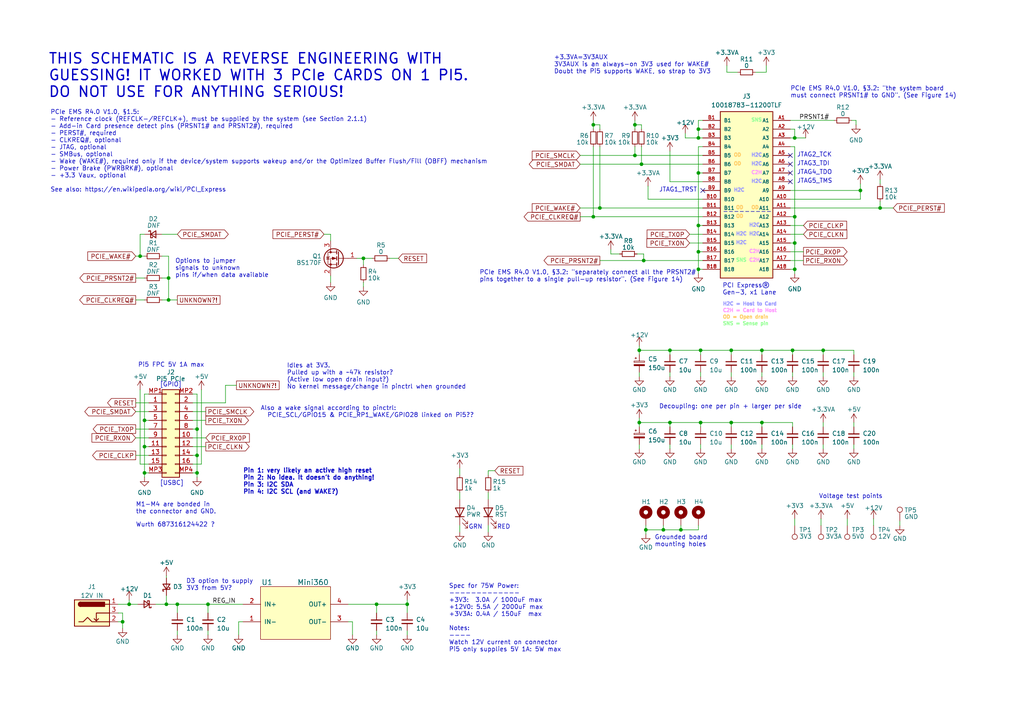
<source format=kicad_sch>
(kicad_sch (version 20230121) (generator eeschema)
  (paper "A4")
  (title_block (title "Raspberry Pi 5 PCIe Breakout") (date "2023-11-15") (rev "0.99") (company "George M1GEO, Chris G8OCV") (comment 1 "https://www.george-smart.co.uk") (comment 2 "https://github.com/m1geo/Pi5_PCIe"))
  (junction (at 172.085 62.865))
  (junction (at 229.87 101.6))
  (junction (at 230.505 40.005))
  (junction (at 255.27 60.325))
  (junction (at 35.56 180.34))
  (junction (at 48.26 175.26))
  (junction (at 220.98 122.555))
  (junction (at 172.085 36.195))
  (junction (at 202.565 40.005))
  (junction (at 109.22 175.26))
  (junction (at 187.325 153.67))
  (junction (at 230.505 62.865))
  (junction (at 57.15 137.16))
  (junction (at 230.505 78.105))
  (junction (at 238.76 101.6))
  (junction (at 185.42 122.555))
  (junction (at 41.91 121.92))
  (junction (at 194.31 122.555))
  (junction (at 202.565 50.165))
  (junction (at 57.15 124.46))
  (junction (at 60.325 175.26))
  (junction (at 48.895 80.645))
  (junction (at 57.15 132.08))
  (junction (at 186.69 75.565))
  (junction (at 249.555 55.245))
  (junction (at 184.15 45.085))
  (junction (at 220.98 101.6))
  (junction (at 194.31 101.6))
  (junction (at 173.99 60.325))
  (junction (at 40.64 74.295))
  (junction (at 48.895 86.995))
  (junction (at 118.11 175.26))
  (junction (at 37.465 175.26))
  (junction (at 202.565 65.405))
  (junction (at 212.09 101.6))
  (junction (at 212.09 122.555))
  (junction (at 41.91 129.54))
  (junction (at 203.2 122.555))
  (junction (at 202.565 78.105))
  (junction (at 202.565 37.465))
  (junction (at 186.055 47.625))
  (junction (at 203.2 101.6))
  (junction (at 105.41 74.93))
  (junction (at 192.405 153.67))
  (junction (at 197.485 153.67))
  (junction (at 230.505 70.485))
  (junction (at 41.91 137.16))
  (junction (at 51.435 175.26))
  (junction (at 202.565 73.025))
  (junction (at 185.42 101.6))
  (junction (at 184.15 36.195))
  (no_connect (at 229.235 50.165))
  (no_connect (at 229.235 52.705))
  (no_connect (at 229.235 45.085))
  (no_connect (at 229.235 47.625))
  (no_connect (at 203.835 55.245))
  (wire (pts (xy 197.485 153.67) (xy 202.565 153.67)))
  (wire (pts (xy 247.65 128.905) (xy 247.65 130.175)))
  (wire (pts (xy 37.465 175.26) (xy 40.005 175.26)))
  (wire (pts (xy 172.085 62.865) (xy 203.835 62.865)))
  (wire (pts (xy 39.37 80.645) (xy 41.91 80.645)))
  (wire (pts (xy 184.15 34.925) (xy 184.15 36.195)))
  (wire (pts (xy 212.09 128.905) (xy 212.09 130.175)))
  (wire (pts (xy 212.09 122.555) (xy 212.09 123.825)))
  (wire (pts (xy 109.22 182.88) (xy 109.22 184.15)))
  (wire (pts (xy 238.76 122.555) (xy 238.76 123.825)))
  (wire (pts (xy 203.835 57.785) (xy 187.96 57.785)))
  (wire (pts (xy 194.31 101.6) (xy 194.31 102.87)))
  (wire (pts (xy 202.565 65.405) (xy 203.835 65.405)))
  (wire (pts (xy 58.42 134.62) (xy 55.88 134.62)))
  (wire (pts (xy 229.87 101.6) (xy 238.76 101.6)))
  (wire (pts (xy 95.885 69.85) (xy 95.885 67.945)))
  (wire (pts (xy 95.885 80.01) (xy 95.885 81.915)))
  (wire (pts (xy 198.755 40.005) (xy 202.565 40.005)))
  (wire (pts (xy 55.88 124.46) (xy 57.15 124.46)))
  (wire (pts (xy 141.605 152.4) (xy 141.605 154.305)))
  (wire (pts (xy 198.755 38.735) (xy 198.755 40.005)))
  (wire (pts (xy 202.565 73.025) (xy 203.835 73.025)))
  (wire (pts (xy 255.27 58.42) (xy 255.27 60.325)))
  (wire (pts (xy 260.985 151.13) (xy 260.985 152.4)))
  (wire (pts (xy 202.565 73.025) (xy 202.565 78.105)))
  (wire (pts (xy 60.325 182.88) (xy 60.325 184.15)))
  (wire (pts (xy 184.15 45.085) (xy 203.835 45.085)))
  (wire (pts (xy 57.15 114.3) (xy 57.15 124.46)))
  (wire (pts (xy 60.325 177.8) (xy 60.325 175.26)))
  (wire (pts (xy 255.27 52.07) (xy 255.27 53.34)))
  (wire (pts (xy 230.505 62.865) (xy 230.505 42.545)))
  (wire (pts (xy 202.565 42.545) (xy 203.835 42.545)))
  (wire (pts (xy 229.235 40.005) (xy 230.505 40.005)))
  (wire (pts (xy 57.15 137.16) (xy 57.15 138.43)))
  (wire (pts (xy 238.125 150.495) (xy 238.125 152.4)))
  (wire (pts (xy 248.285 36.195) (xy 248.285 34.925)))
  (wire (pts (xy 55.88 127) (xy 59.69 127)))
  (wire (pts (xy 220.98 122.555) (xy 220.98 123.825)))
  (wire (pts (xy 229.235 75.565) (xy 233.045 75.565)))
  (wire (pts (xy 58.42 113.03) (xy 58.42 134.62)))
  (wire (pts (xy 229.235 67.945) (xy 233.045 67.945)))
  (wire (pts (xy 41.91 129.54) (xy 41.91 137.16)))
  (wire (pts (xy 202.565 34.925) (xy 202.565 37.465)))
  (wire (pts (xy 109.22 175.26) (xy 109.22 177.8)))
  (wire (pts (xy 143.51 136.525) (xy 141.605 136.525)))
  (wire (pts (xy 172.085 34.925) (xy 172.085 36.195)))
  (wire (pts (xy 212.09 101.6) (xy 220.98 101.6)))
  (wire (pts (xy 39.37 127) (xy 43.18 127)))
  (wire (pts (xy 249.555 55.245) (xy 249.555 53.34)))
  (wire (pts (xy 46.99 86.995) (xy 48.895 86.995)))
  (wire (pts (xy 245.745 150.495) (xy 245.745 152.4)))
  (wire (pts (xy 35.56 177.8) (xy 34.29 177.8)))
  (wire (pts (xy 202.565 34.925) (xy 203.835 34.925)))
  (wire (pts (xy 212.09 107.95) (xy 212.09 109.22)))
  (wire (pts (xy 202.565 40.005) (xy 203.835 40.005)))
  (wire (pts (xy 220.98 128.905) (xy 220.98 130.175)))
  (wire (pts (xy 186.69 73.66) (xy 184.785 73.66)))
  (wire (pts (xy 141.605 142.875) (xy 141.605 144.78)))
  (wire (pts (xy 48.26 172.72) (xy 48.26 175.26)))
  (wire (pts (xy 229.235 34.925) (xy 241.935 34.925)))
  (wire (pts (xy 57.15 124.46) (xy 57.15 132.08)))
  (wire (pts (xy 229.235 65.405) (xy 233.045 65.405)))
  (wire (pts (xy 202.565 50.165) (xy 203.835 50.165)))
  (wire (pts (xy 55.88 129.54) (xy 59.69 129.54)))
  (wire (pts (xy 51.435 177.8) (xy 51.435 175.26)))
  (wire (pts (xy 48.895 86.995) (xy 48.895 80.645)))
  (wire (pts (xy 51.435 175.26) (xy 60.325 175.26)))
  (wire (pts (xy 41.91 114.3) (xy 41.91 121.92)))
  (wire (pts (xy 247.65 107.95) (xy 247.65 109.22)))
  (wire (pts (xy 185.42 100.33) (xy 185.42 101.6)))
  (wire (pts (xy 41.91 121.92) (xy 43.18 121.92)))
  (wire (pts (xy 35.56 182.245) (xy 35.56 180.34)))
  (wire (pts (xy 186.69 73.66) (xy 186.69 75.565)))
  (wire (pts (xy 212.09 101.6) (xy 212.09 102.87)))
  (wire (pts (xy 222.25 20.955) (xy 222.25 19.05)))
  (wire (pts (xy 194.31 107.95) (xy 194.31 109.22)))
  (wire (pts (xy 34.29 180.34) (xy 35.56 180.34)))
  (wire (pts (xy 247.65 122.555) (xy 247.65 123.825)))
  (wire (pts (xy 48.895 74.295) (xy 48.895 80.645)))
  (wire (pts (xy 46.99 74.295) (xy 48.895 74.295)))
  (wire (pts (xy 55.88 119.38) (xy 59.69 119.38)))
  (wire (pts (xy 168.275 47.625) (xy 186.055 47.625)))
  (wire (pts (xy 43.18 134.62) (xy 40.64 134.62)))
  (wire (pts (xy 141.605 136.525) (xy 141.605 137.795)))
  (wire (pts (xy 187.325 153.67) (xy 192.405 153.67)))
  (wire (pts (xy 220.98 101.6) (xy 229.87 101.6)))
  (wire (pts (xy 133.35 152.4) (xy 133.35 154.305)))
  (wire (pts (xy 100.965 180.34) (xy 102.235 180.34)))
  (wire (pts (xy 48.895 86.995) (xy 51.435 86.995)))
  (wire (pts (xy 177.165 73.66) (xy 179.705 73.66)))
  (wire (pts (xy 69.215 180.34) (xy 69.215 184.15)))
  (wire (pts (xy 229.235 62.865) (xy 230.505 62.865)))
  (wire (pts (xy 177.165 72.39) (xy 177.165 73.66)))
  (wire (pts (xy 95.885 67.945) (xy 93.98 67.945)))
  (wire (pts (xy 40.64 67.945) (xy 40.64 74.295)))
  (wire (pts (xy 118.11 182.88) (xy 118.11 184.15)))
  (wire (pts (xy 184.15 42.545) (xy 184.15 45.085)))
  (wire (pts (xy 238.76 101.6) (xy 238.76 102.87)))
  (wire (pts (xy 57.15 132.08) (xy 57.15 137.16)))
  (wire (pts (xy 255.27 60.325) (xy 259.08 60.325)))
  (wire (pts (xy 133.35 142.875) (xy 133.35 144.78)))
  (wire (pts (xy 229.87 128.905) (xy 229.87 130.175)))
  (wire (pts (xy 39.37 86.995) (xy 41.91 86.995)))
  (wire (pts (xy 45.085 175.26) (xy 48.26 175.26)))
  (wire (pts (xy 105.41 81.915) (xy 105.41 83.185)))
  (wire (pts (xy 186.055 47.625) (xy 203.835 47.625)))
  (wire (pts (xy 37.465 173.99) (xy 37.465 175.26)))
  (wire (pts (xy 194.31 52.705) (xy 194.31 43.815)))
  (wire (pts (xy 55.88 132.08) (xy 57.15 132.08)))
  (wire (pts (xy 185.42 107.95) (xy 185.42 109.22)))
  (wire (pts (xy 229.235 60.325) (xy 255.27 60.325)))
  (wire (pts (xy 230.505 70.485) (xy 230.505 62.865)))
  (wire (pts (xy 39.37 119.38) (xy 43.18 119.38)))
  (wire (pts (xy 213.995 20.955) (xy 210.82 20.955)))
  (wire (pts (xy 203.2 128.905) (xy 203.2 130.175)))
  (wire (pts (xy 65.405 111.76) (xy 65.405 116.84)))
  (wire (pts (xy 187.96 57.785) (xy 187.96 53.975)))
  (wire (pts (xy 220.98 101.6) (xy 220.98 102.87)))
  (wire (pts (xy 238.76 107.95) (xy 238.76 109.22)))
  (wire (pts (xy 233.68 40.005) (xy 230.505 40.005)))
  (wire (pts (xy 202.565 37.465) (xy 202.565 40.005)))
  (wire (pts (xy 192.405 153.67) (xy 197.485 153.67)))
  (wire (pts (xy 102.235 180.34) (xy 102.235 184.15)))
  (wire (pts (xy 229.87 107.95) (xy 229.87 109.22)))
  (wire (pts (xy 118.11 173.99) (xy 118.11 175.26)))
  (wire (pts (xy 238.76 128.905) (xy 238.76 130.175)))
  (wire (pts (xy 200.025 70.485) (xy 203.835 70.485)))
  (wire (pts (xy 229.235 55.245) (xy 249.555 55.245)))
  (wire (pts (xy 202.565 152.4) (xy 202.565 153.67)))
  (wire (pts (xy 229.87 122.555) (xy 229.87 123.825)))
  (wire (pts (xy 249.555 57.785) (xy 249.555 55.245)))
  (wire (pts (xy 210.82 20.955) (xy 210.82 19.05)))
  (wire (pts (xy 172.085 36.195) (xy 172.085 37.465)))
  (wire (pts (xy 230.505 79.375) (xy 230.505 78.105)))
  (wire (pts (xy 34.29 175.26) (xy 37.465 175.26)))
  (wire (pts (xy 70.485 180.34) (xy 69.215 180.34)))
  (wire (pts (xy 185.42 102.87) (xy 185.42 101.6)))
  (wire (pts (xy 184.15 36.195) (xy 186.055 36.195)))
  (wire (pts (xy 229.235 73.025) (xy 233.045 73.025)))
  (wire (pts (xy 220.98 107.95) (xy 220.98 109.22)))
  (wire (pts (xy 40.64 74.295) (xy 41.91 74.295)))
  (wire (pts (xy 46.99 80.645) (xy 48.895 80.645)))
  (wire (pts (xy 41.91 129.54) (xy 43.18 129.54)))
  (wire (pts (xy 230.505 40.005) (xy 230.505 37.465)))
  (wire (pts (xy 55.88 114.3) (xy 57.15 114.3)))
  (wire (pts (xy 168.275 60.325) (xy 173.99 60.325)))
  (wire (pts (xy 173.99 60.325) (xy 203.835 60.325)))
  (wire (pts (xy 105.41 74.93) (xy 107.95 74.93)))
  (wire (pts (xy 105.41 74.93) (xy 105.41 76.835)))
  (wire (pts (xy 118.11 177.8) (xy 118.11 175.26)))
  (wire (pts (xy 192.405 152.4) (xy 192.405 153.67)))
  (wire (pts (xy 133.35 135.89) (xy 133.35 137.795)))
  (wire (pts (xy 55.88 121.92) (xy 59.69 121.92)))
  (wire (pts (xy 230.505 78.105) (xy 230.505 70.485)))
  (wire (pts (xy 202.565 65.405) (xy 202.565 50.165)))
  (wire (pts (xy 202.565 78.105) (xy 202.565 79.375)))
  (wire (pts (xy 184.15 36.195) (xy 184.15 37.465)))
  (wire (pts (xy 185.42 123.825) (xy 185.42 122.555)))
  (wire (pts (xy 41.91 137.16) (xy 43.18 137.16)))
  (wire (pts (xy 55.88 137.16) (xy 57.15 137.16)))
  (wire (pts (xy 100.965 175.26) (xy 109.22 175.26)))
  (wire (pts (xy 185.42 122.555) (xy 194.31 122.555)))
  (wire (pts (xy 203.2 122.555) (xy 203.2 123.825)))
  (wire (pts (xy 203.2 107.95) (xy 203.2 109.22)))
  (wire (pts (xy 229.87 101.6) (xy 229.87 102.87)))
  (wire (pts (xy 247.65 101.6) (xy 238.76 101.6)))
  (wire (pts (xy 43.18 114.3) (xy 41.91 114.3)))
  (wire (pts (xy 253.365 150.495) (xy 253.365 152.4)))
  (wire (pts (xy 39.37 124.46) (xy 43.18 124.46)))
  (wire (pts (xy 39.37 74.295) (xy 40.64 74.295)))
  (wire (pts (xy 172.085 42.545) (xy 172.085 62.865)))
  (wire (pts (xy 203.835 52.705) (xy 194.31 52.705)))
  (wire (pts (xy 203.2 101.6) (xy 212.09 101.6)))
  (wire (pts (xy 48.26 167.005) (xy 48.26 167.64)))
  (wire (pts (xy 172.085 36.195) (xy 173.99 36.195)))
  (wire (pts (xy 65.405 116.84) (xy 55.88 116.84)))
  (wire (pts (xy 194.31 122.555) (xy 194.31 123.825)))
  (wire (pts (xy 168.275 62.865) (xy 172.085 62.865)))
  (wire (pts (xy 203.835 78.105) (xy 202.565 78.105)))
  (wire (pts (xy 229.235 57.785) (xy 249.555 57.785)))
  (wire (pts (xy 203.2 122.555) (xy 212.09 122.555)))
  (wire (pts (xy 202.565 73.025) (xy 202.565 65.405)))
  (wire (pts (xy 185.42 121.285) (xy 185.42 122.555)))
  (wire (pts (xy 248.285 34.925) (xy 247.015 34.925)))
  (wire (pts (xy 202.565 50.165) (xy 202.565 42.545)))
  (wire (pts (xy 48.26 175.26) (xy 51.435 175.26)))
  (wire (pts (xy 186.055 42.545) (xy 186.055 47.625)))
  (wire (pts (xy 230.505 42.545) (xy 229.235 42.545)))
  (wire (pts (xy 230.505 150.495) (xy 230.505 152.4)))
  (wire (pts (xy 200.025 67.945) (xy 203.835 67.945)))
  (wire (pts (xy 118.11 175.26) (xy 109.22 175.26)))
  (wire (pts (xy 187.325 152.4) (xy 187.325 153.67)))
  (wire (pts (xy 229.235 78.105) (xy 230.505 78.105)))
  (wire (pts (xy 173.99 36.195) (xy 173.99 37.465)))
  (wire (pts (xy 103.505 74.93) (xy 105.41 74.93)))
  (wire (pts (xy 187.325 153.67) (xy 187.325 154.94)))
  (wire (pts (xy 229.235 37.465) (xy 230.505 37.465)))
  (wire (pts (xy 65.405 111.76) (xy 68.58 111.76)))
  (wire (pts (xy 185.42 128.905) (xy 185.42 130.175)))
  (wire (pts (xy 168.275 45.085) (xy 184.15 45.085)))
  (wire (pts (xy 173.99 42.545) (xy 173.99 60.325)))
  (wire (pts (xy 247.65 102.87) (xy 247.65 101.6)))
  (wire (pts (xy 113.03 74.93) (xy 115.57 74.93)))
  (wire (pts (xy 194.31 122.555) (xy 203.2 122.555)))
  (wire (pts (xy 41.91 121.92) (xy 41.91 129.54)))
  (wire (pts (xy 51.435 67.945) (xy 46.99 67.945)))
  (wire (pts (xy 186.69 75.565) (xy 203.835 75.565)))
  (wire (pts (xy 220.98 122.555) (xy 229.87 122.555)))
  (wire (pts (xy 173.99 75.565) (xy 186.69 75.565)))
  (wire (pts (xy 60.325 175.26) (xy 70.485 175.26)))
  (wire (pts (xy 194.31 128.905) (xy 194.31 130.175)))
  (wire (pts (xy 219.075 20.955) (xy 222.25 20.955)))
  (wire (pts (xy 194.31 101.6) (xy 203.2 101.6)))
  (wire (pts (xy 39.37 116.84) (xy 43.18 116.84)))
  (wire (pts (xy 203.2 101.6) (xy 203.2 102.87)))
  (wire (pts (xy 197.485 152.4) (xy 197.485 153.67)))
  (wire (pts (xy 202.565 37.465) (xy 203.835 37.465)))
  (wire (pts (xy 229.235 70.485) (xy 230.505 70.485)))
  (wire (pts (xy 212.09 122.555) (xy 220.98 122.555)))
  (wire (pts (xy 186.055 36.195) (xy 186.055 37.465)))
  (wire (pts (xy 35.56 180.34) (xy 35.56 177.8)))
  (wire (pts (xy 40.64 134.62) (xy 40.64 113.03)))
  (wire (pts (xy 41.91 137.16) (xy 41.91 138.43)))
  (wire (pts (xy 41.91 67.945) (xy 40.64 67.945)))
  (wire (pts (xy 185.42 101.6) (xy 194.31 101.6)))
  (wire (pts (xy 51.435 182.88) (xy 51.435 184.15)))
  (wire (pts (xy 39.37 132.08) (xy 43.18 132.08)))
  (text "OD" (at 213.36 63.5 0) (effects (font (size 1 1) (thickness 0.254) bold) (justify left bottom)))
  (text "JTAG3_TDI" (at 231.14 48.26 0) (effects (font (size 1.27 1.27)) (justify left bottom)))
  (text "C2H" (at 217.17 73.66 0) (effects (font (size 1 1) (thickness 0.254) bold) (justify left bottom)))
  (text "RED" (at 144.145 153.67 0) (effects (font (size 1.27 1.27)) (justify left bottom)))
  (text "PCIe EMS R4.0 V1.0, §3.2: \"the system board\nmust connect PRSNT1# to GND\". (See Figure 14)" (at 229.235 28.575 0) (effects (font (size 1.27 1.27)) (justify left bottom)))
  (text "H2C = Host to Card" (at 209.55 88.9 0) (effects (font (size 1 1) (thickness 0.254) bold) (justify left bottom)))
  (text "C2H = Card to Host" (at 209.55 90.805 0) (effects (font (size 1 1) (thickness 0.254) bold) (justify left bottom)))
  (text "OD" (at 217.805 60.96 0) (effects (font (size 1 1) (thickness 0.254) bold) (justify left bottom)))
  (text "Decoupling: one per pin + larger per side" (at 191.135 118.745 0) (effects (font (size 1.27 1.27)) (justify left bottom)))
  (text "OD" (at 212.725 48.26 0) (effects (font (size 1 1) (thickness 0.254) bold) (justify left bottom)))
  (text "JTAG4_TDO" (at 231.14 50.8 0) (effects (font (size 1.27 1.27)) (justify left bottom)))
  (text "---------" (at 209.55 62.23 0) (effects (font (size 1.27 1.27)) (justify left bottom)))
  (text "JTAG1_TRST" (at 191.135 55.88 0) (effects (font (size 1.27 1.27)) (justify left bottom)))
  (text "C2H" (at 217.17 76.2 0) (effects (font (size 1 1) (thickness 0.254) bold) (justify left bottom)))
  (text "THIS SCHEMATIC IS A REVERSE ENGINEERING WITH\nGUESSING! IT WORKED WITH 3 PCIe CARDS ON 1 PI5.\nDO NOT USE FOR ANYTHING SERIOUS!" (at 13.97 28.575 0) (effects (font (size 3 3) (thickness 0.4) bold) (justify left bottom)))
  (text "[USBC]" (at 46.355 140.97 0) (effects (font (size 1.27 1.27)) (justify left bottom)))
  (text "SNS = Sense pin" (at 209.55 94.615 0) (effects (font (size 1 1) (thickness 0.254) bold) (justify left bottom)))
  (text "Pin 1: very likely an active high reset\nPin 2: No idea. It doesn't do anything!\nPin 3: I2C SDA\nPin 4: I2C SCL (and WAKE?)" (at 70.485 143.51 0) (effects (font (size 1.27 1.27) bold) (justify left bottom)))
  (text "SNS" (at 213.36 76.2 0) (effects (font (size 1 1) (thickness 0.254) bold) (justify left bottom)))
  (text "H2C" (at 217.805 45.72 0) (effects (font (size 1 1) (thickness 0.254) bold) (justify left bottom)))
  (text "Voltage test points" (at 237.49 144.78 0) (effects (font (size 1.27 1.27)) (justify left bottom)))
  (text "+3.3VA=3V3AUX\n3V3AUX is an always-on 3V3 used for WAKE#\nDoubt the Pi5 supports WAKE, so strap to 3V3\n" (at 160.655 21.59 0) (effects (font (size 1.27 1.27)) (justify left bottom)))
  (text "JTAG2_TCK" (at 231.14 45.72 0) (effects (font (size 1.27 1.27)) (justify left bottom)))
  (text "D3 option to supply\n3V3 from 5V?" (at 53.975 171.45 0) (effects (font (size 1.27 1.27)) (justify left bottom)))
  (text "H2C" (at 213.36 68.58 0) (effects (font (size 1 1) (thickness 0.254) bold) (justify left bottom)))
  (text "Wurth 687316124422 ?" (at 39.37 153.035 0) (effects (font (size 1.27 1.27)) (justify left bottom)))
  (text "Options to jumper\nsignals to unknown\npins if/when data available" (at 50.8 80.645 0) (effects (font (size 1.27 1.27)) (justify left bottom)))
  (text "H2C" (at 217.805 48.26 0) (effects (font (size 1 1) (thickness 0.254) bold) (justify left bottom)))
  (text "H2C" (at 212.725 55.88 0) (effects (font (size 1 1) (thickness 0.254) bold) (justify left bottom)))
  (text "PCIe EMS R4.0 V1.0, §1.5: \n- Reference clock (REFCLK-/REFCLK+), must be supplied by the system (see Section 2.1.1)\n- Add-in Card presence detect pins (PRSNT1# and PRSNT2#), required\n- PERST#, required\n- CLKREQ#, optional\n- JTAG, optional\n- SMBus, optional\n- Wake (WAKE#), required only if the device/system supports wakeup and/or the Optimized Buffer Flush/Fill (OBFF) mechanism\n- Power Brake (PWRBRK#), optional\n- +3.3 Vaux, optional\n\nSee also: https://en.wikipedia.org/wiki/PCI_Express" (at 14.605 55.88 0) (effects (font (size 1.27 1.27)) (justify left bottom)))
  (text "PCI Express®\nGen-3, x1 Lane" (at 209.55 85.725 0) (effects (font (size 1.27 1.27)) (justify left bottom)))
  (text "Spec for 75W Power:\n-------------\n+3V3:  3.0A / 1000uF max\n+12V0: 5.5A / 2000uF max\n+3V3A: 0.4A / 150uF  max\n\nNotes: \n----\nWatch 12V current on connector\nPi5 only supplies 5V 1A: 5W max" (at 130.175 189.23 0) (effects (font (size 1.27 1.27)) (justify left bottom)))
  (text "H2C" (at 217.17 66.04 0) (effects (font (size 1 1) (thickness 0.254) bold) (justify left bottom)))
  (text "H2C" (at 217.805 53.34 0) (effects (font (size 1 1) (thickness 0.254) bold) (justify left bottom)))
  (text "C2H" (at 217.805 50.8 0) (effects (font (size 1 1) (thickness 0.254) bold) (justify left bottom)))
  (text "OD" (at 213.36 60.96 0) (effects (font (size 1 1) (thickness 0.254) bold) (justify left bottom)))
  (text "Also a wake signal according to pinctrl:\n  PCIE_SCL/GPIO15 & PCIE_RP1_WAKE/GPIO28 linked on Pi5??\n" (at 75.565 121.285 0) (effects (font (size 1.27 1.27)) (justify left bottom)))
  (text "Pi5 FPC 5V 1A max" (at 40.005 106.68 0) (effects (font (size 1.27 1.27)) (justify left bottom)))
  (text "Grounded board \nmounting holes" (at 189.865 158.75 0) (effects (font (size 1.27 1.27)) (justify left bottom)))
  (text "JTAG5_TMS" (at 231.14 53.34 0) (effects (font (size 1.27 1.27)) (justify left bottom)))
  (text "M1-M4 are bonded in \nthe connector and GND." (at 39.37 149.225 0) (effects (font (size 1.27 1.27)) (justify left bottom)))
  (text "Idles at 3V3.\nPulled up with a ~47k resistor?\n(Active low open drain input?)\nNo kernel message/change in pinctrl when grounded" (at 83.185 113.03 0) (effects (font (size 1.27 1.27)) (justify left bottom)))
  (text "PCIe EMS R4.0 V1.0, §3.2: \"separately connect all the PRSNT2#\npins together to a single pull-up resistor\". (See Figure 14)" (at 139.065 81.915 0) (effects (font (size 1.27 1.27)) (justify left bottom)))
  (text "OD" (at 212.725 45.72 0) (effects (font (size 1 1) (thickness 0.254) bold) (justify left bottom)))
  (text "H2C" (at 213.36 71.12 0) (effects (font (size 1 1) (thickness 0.254) bold) (justify left bottom)))
  (text "SNS" (at 217.805 35.56 0) (effects (font (size 1 1) (thickness 0.254) bold) (justify left bottom)))
  (text "[GPIO]" (at 46.355 112.395 0) (effects (font (size 1.27 1.27)) (justify left bottom)))
  (text "OD = Open drain" (at 209.55 92.71 0) (effects (font (size 1 1) (thickness 0.254) bold) (justify left bottom)))
  (text "GRN" (at 135.89 153.67 0) (effects (font (size 1.27 1.27)) (justify left bottom)))
  (text "H2C" (at 217.17 68.58 0) (effects (font (size 1 1) (thickness 0.254) bold) (justify left bottom)))
  (label "PRSNT1#" (at 231.775 34.925 0))
  (label "REG_IN" (at 61.595 175.26 0))
  (global_label "PCIE_WAKE#" (shape input) (at 168.275 60.325 180) (property "Intersheetrefs" "${INTERSHEET_REFS}" (effects hide)))
  (global_label "PCIE_PRSNT2#" (shape output) (at 39.37 80.645 180) (property "Intersheetrefs" "${INTERSHEET_REFS}" (effects hide)))
  (global_label "PCIE_RX0N" (shape input) (at 39.37 127 180) (property "Intersheetrefs" "${INTERSHEET_REFS}" (effects hide)))
  (global_label "PCIE_CLKP" (shape output) (at 39.37 132.08 180) (property "Intersheetrefs" "${INTERSHEET_REFS}" (effects hide)))
  (global_label "PCIE_CLKP" (shape input) (at 233.045 65.405 0) (property "Intersheetrefs" "${INTERSHEET_REFS}" (effects hide)))
  (global_label "RESET" (shape input) (at 115.57 74.93 0) (property "Intersheetrefs" "${INTERSHEET_REFS}" (effects hide)))
  (global_label "PCIE_RX0P" (shape output) (at 233.045 73.025 0) (property "Intersheetrefs" "${INTERSHEET_REFS}" (effects hide)))
  (global_label "PCIE_SMDAT" (shape bidirectional) (at 39.37 119.38 180) (property "Intersheetrefs" "${INTERSHEET_REFS}" (effects hide)))
  (global_label "PCIE_WAKE#" (shape input) (at 39.37 74.295 180) (property "Intersheetrefs" "${INTERSHEET_REFS}" (effects hide)))
  (global_label "PCIE_CLKN" (shape input) (at 233.045 67.945 0) (property "Intersheetrefs" "${INTERSHEET_REFS}" (effects hide)))
  (global_label "PCIE_PERST#" (shape input) (at 93.98 67.945 180) (property "Intersheetrefs" "${INTERSHEET_REFS}" (effects hide)))
  (global_label "PCIE_TX0P" (shape output) (at 39.37 124.46 180) (property "Intersheetrefs" "${INTERSHEET_REFS}" (effects hide)))
  (global_label "UNKNOWN?!" (shape passive) (at 51.435 86.995 0) (property "Intersheetrefs" "${INTERSHEET_REFS}" (effects hide)))
  (global_label "PCIE_PRSNT2#" (shape output) (at 173.99 75.565 180) (property "Intersheetrefs" "${INTERSHEET_REFS}" (effects hide)))
  (global_label "RESET" (shape output) (at 39.37 116.84 180) (property "Intersheetrefs" "${INTERSHEET_REFS}" (effects hide)))
  (global_label "PCIE_SMCLK" (shape input) (at 168.275 45.085 180) (property "Intersheetrefs" "${INTERSHEET_REFS}" (effects hide)))
  (global_label "UNKNOWN?!" (shape passive) (at 68.58 111.76 0) (property "Intersheetrefs" "${INTERSHEET_REFS}" (effects hide)))
  (global_label "PCIE_CLKREQ#" (shape output) (at 39.37 86.995 180) (property "Intersheetrefs" "${INTERSHEET_REFS}" (effects hide)))
  (global_label "PCIE_TX0N" (shape output) (at 59.69 121.92 0) (property "Intersheetrefs" "${INTERSHEET_REFS}" (effects hide)))
  (global_label "PCIE_RX0P" (shape input) (at 59.69 127 0) (property "Intersheetrefs" "${INTERSHEET_REFS}" (effects hide)))
  (global_label "PCIE_TX0N" (shape input) (at 200.025 70.485 180) (property "Intersheetrefs" "${INTERSHEET_REFS}" (effects hide)))
  (global_label "PCIE_SMCLK" (shape output) (at 59.69 119.38 0) (property "Intersheetrefs" "${INTERSHEET_REFS}" (effects hide)))
  (global_label "RESET" (shape input) (at 143.51 136.525 0) (property "Intersheetrefs" "${INTERSHEET_REFS}" (effects hide)))
  (global_label "PCIE_TX0P" (shape input) (at 200.025 67.945 180) (property "Intersheetrefs" "${INTERSHEET_REFS}" (effects hide)))
  (global_label "PCIE_CLKREQ#" (shape output) (at 168.275 62.865 180) (property "Intersheetrefs" "${INTERSHEET_REFS}" (effects hide)))
  (global_label "PCIE_PERST#" (shape input) (at 259.08 60.325 0) (property "Intersheetrefs" "${INTERSHEET_REFS}" (effects hide)))
  (global_label "PCIE_SMDAT" (shape bidirectional) (at 168.275 47.625 180) (property "Intersheetrefs" "${INTERSHEET_REFS}" (effects hide)))
  (global_label "PCIE_RX0N" (shape output) (at 233.045 75.565 0) (property "Intersheetrefs" "${INTERSHEET_REFS}" (effects hide)))
  (global_label "PCIE_CLKN" (shape output) (at 59.69 129.54 0) (property "Intersheetrefs" "${INTERSHEET_REFS}" (effects hide)))
  (global_label "PCIE_SMDAT" (shape bidirectional) (at 51.435 67.945 0) (property "Intersheetrefs" "${INTERSHEET_REFS}" (effects hide)))
  (symbol (lib_id "Device:C_Small") (at 60.325 180.34 0) (unit 1)
    (property "Reference" "C2" (at 62.865 179.705 0) (effects (justify left)))
    (property "Value" "10u" (at 62.865 182.245 0) (effects (justify left)))
    (property "Footprint" "Capacitor_SMD:C_0805_2012Metric_Pad1.18x1.45mm_HandSolder" (effects hide))
  )
  (symbol (lib_id "Device:R_Small") (at 110.49 74.93 90) (unit 1)
    (property "Reference" "R5" (at 110.49 71.12 90))
    (property "Value" "0" (at 110.49 73.025 90))
    (property "Footprint" "Resistor_SMD:R_0805_2012Metric_Pad1.20x1.40mm_HandSolder" (effects hide))
  )
  (symbol (lib_id "Device:D_Schottky_Small") (at 48.26 170.18 90) (unit 1)
    (property "Reference" "D3" (at 50.165 170.18 90) (effects (justify right)))
    (property "Value" "(5V)" (effects hide))
    (property "Footprint" "Diode_SMD:D_SOD-123F" (effects hide))
    (property "LCSC" "C23848" (effects hide))
  )
  (symbol (lib_id "Device:C_Small") (at 194.31 105.41 0) (unit 1)
    (property "Reference" "C7" (at 196.85 104.775 0) (effects (justify left)))
    (property "Value" "10u" (at 196.85 107.315 0) (effects (justify left)))
    (property "Footprint" "Capacitor_SMD:C_0805_2012Metric_Pad1.18x1.45mm_HandSolder" (effects hide))
  )
  (symbol (lib_id "Device:R_Small") (at 173.99 40.005 180) (unit 1)
    (property "Reference" "R7" (at 175.26 39.37 0) (effects (justify right)))
    (property "Value" "10k" (at 175.26 41.275 0) (effects (justify right)))
    (property "Footprint" "Resistor_SMD:R_0805_2012Metric_Pad1.20x1.40mm_HandSolder" (effects hide))
  )
  (symbol (lib_id "Device:C_Small") (at 220.98 105.41 0) (unit 1)
    (property "Reference" "C13" (at 223.52 104.775 0) (effects (justify left)))
    (property "Value" "100n" (at 223.52 107.315 0) (effects (justify left)))
    (property "Footprint" "Capacitor_SMD:C_0805_2012Metric_Pad1.18x1.45mm_HandSolder" (effects hide))
  )
  (symbol (lib_id "Device:C_Small") (at 247.65 105.41 0) (unit 1)
    (property "Reference" "C19" (at 250.19 104.775 0) (effects (justify left)))
    (property "Value" "100n" (at 250.19 107.315 0) (effects (justify left)))
    (property "Footprint" "Capacitor_SMD:C_0805_2012Metric_Pad1.18x1.45mm_HandSolder" (effects hide))
  )
  (symbol (lib_id "power:GND") (at 187.325 154.94 0) (unit 1)
    (property "Reference" "#PWR024" (effects hide))
    (property "Value" "GND" (at 187.325 158.75 0))
  )
  (symbol (lib_id "power:GND") (at 185.42 130.175 0) (unit 1)
    (property "Reference" "#PWR023" (effects hide))
    (property "Value" "GND" (at 185.42 133.985 0))
  )
  (symbol (lib_id "Device:C_Small") (at 203.2 126.365 0) (unit 1)
    (property "Reference" "C10" (at 205.74 125.73 0) (effects (justify left)))
    (property "Value" "10u" (at 205.74 128.27 0) (effects (justify left)))
    (property "Footprint" "Capacitor_SMD:C_0805_2012Metric_Pad1.18x1.45mm_HandSolder" (effects hide))
  )
  (symbol (lib_id "power:GND") (at 69.215 184.15 0) (unit 1)
    (property "Reference" "#PWR010" (effects hide))
    (property "Value" "GND" (at 69.215 187.96 0))
  )
  (symbol (lib_id "Device:R_Small") (at 44.45 86.995 90) (unit 1)
    (property "Reference" "R3" (at 44.45 83.185 90))
    (property "Value" "DNF" (at 44.45 85.09 90) (effects (font italic)))
    (property "Footprint" "Resistor_SMD:R_0805_2012Metric_Pad1.20x1.40mm_HandSolder" (effects hide))
  )
  (symbol (lib_id "power:GND") (at 109.22 184.15 0) (unit 1)
    (property "Reference" "#PWR014" (effects hide))
    (property "Value" "GND" (at 109.22 187.96 0))
  )
  (symbol (lib_id "power:GND") (at 194.31 109.22 0) (unit 1)
    (property "Reference" "#PWR027" (effects hide))
    (property "Value" "GND" (at 194.31 113.03 0))
  )
  (symbol (lib_id "power:+12V") (at 233.68 40.005 0) (unit 1)
    (property "Reference" "#PWR043" (effects hide))
    (property "Value" "+12V" (at 233.68 36.83 0))
  )
  (symbol (lib_id "Connector:Barrel_Jack_Switch") (at 26.67 177.8 0) (unit 1)
    (property "Reference" "J1" (at 26.67 170.18 0))
    (property "Value" "12V IN" (at 26.67 172.72 0))
    (property "Footprint" "Connector_BarrelJack:BarrelJack_Horizontal" (effects hide))
    (property "LCSC" "C319099" (effects hide))
  )
  (symbol (lib_id "Device:C_Small") (at 229.87 105.41 0) (unit 1)
    (property "Reference" "C15" (at 232.41 104.775 0) (effects (justify left)))
    (property "Value" "100n" (at 232.41 107.315 0) (effects (justify left)))
    (property "Footprint" "Capacitor_SMD:C_0805_2012Metric_Pad1.18x1.45mm_HandSolder" (effects hide))
  )
  (symbol (lib_id "power:GND") (at 203.2 109.22 0) (unit 1)
    (property "Reference" "#PWR031" (effects hide))
    (property "Value" "GND" (at 203.2 113.03 0))
  )
  (symbol (lib_id "10018783-11200TLF:10018783-11200TLF") (at 216.535 57.785 0) (mirror y) (unit 1)
    (property "Reference" "J3" (at 216.535 27.94 0))
    (property "Value" "10018783-11200TLF" (at 216.535 30.48 0))
    (property "Footprint" "10018783-11200TLF:AMPHENOL_10018783-11200TLF" (effects hide))
    (property "PARTREV" "Z" (effects hide))
    (property "MANUFACTURER" "Amphenol FCI" (effects hide))
    (property "MAXIMUM_PACKAGE_HEIGHT" "11.25 mm" (effects hide))
    (property "STANDARD" "Manufacturer Recommendations" (effects hide))
  )
  (symbol (lib_id "Connector:TestPoint") (at 253.365 152.4 180) (unit 1)
    (property "Reference" "TP4" (at 254.635 153.67 0) (effects (justify right)))
    (property "Value" "12V" (at 254.635 155.575 0) (effects (justify right)))
    (property "Footprint" "TestPoint:TestPoint_Pad_D1.5mm" (effects hide))
  )
  (symbol (lib_id "Mechanical:MountingHole_Pad") (at 192.405 149.86 0) (unit 1)
    (property "Reference" "H2" (at 191.135 145.542 0) (effects (justify left)))
    (property "Value" "MountingHole_Pad" (effects hide))
    (property "Footprint" "MountingHole:MountingHole_3.2mm_M3_Pad_Via" (effects hide))
  )
  (symbol (lib_id "Device:C_Small") (at 109.22 180.34 0) (unit 1)
    (property "Reference" "C3" (at 111.76 179.705 0) (effects (justify left)))
    (property "Value" "100n" (at 111.76 182.245 0) (effects (justify left)))
    (property "Footprint" "Capacitor_SMD:C_0805_2012Metric_Pad1.18x1.45mm_HandSolder" (effects hide))
  )
  (symbol (lib_id "Device:D_Schottky_Small") (at 42.545 175.26 180) (unit 1)
    (property "Reference" "D1" (at 42.799 172.72 0))
    (property "Value" "(12V)" (effects hide))
    (property "Footprint" "Diode_SMD:D_SOD-123F" (effects hide))
    (property "LCSC" "C23848" (effects hide))
  )
  (symbol (lib_id "power:+5V") (at 40.64 113.03 0) (unit 1)
    (property "Reference" "#PWR03" (effects hide))
    (property "Value" "+5V" (at 40.64 109.22 0))
  )
  (symbol (lib_id "Connector:TestPoint") (at 245.745 152.4 180) (unit 1)
    (property "Reference" "TP3" (at 247.015 153.67 0) (effects (justify right)))
    (property "Value" "5V0" (at 247.015 155.575 0) (effects (justify right)))
    (property "Footprint" "TestPoint:TestPoint_Pad_D1.5mm" (effects hide))
  )
  (symbol (lib_id "Device:R_Small") (at 172.085 40.005 0) (mirror x) (unit 1)
    (property "Reference" "R6" (at 170.815 39.37 0) (effects (justify right)))
    (property "Value" "10k" (at 170.815 41.275 0) (effects (justify right)))
    (property "Footprint" "Resistor_SMD:R_0805_2012Metric_Pad1.20x1.40mm_HandSolder" (effects hide))
  )
  (symbol (lib_id "power:+12V") (at 185.42 100.33 0) (mirror y) (unit 1)
    (property "Reference" "#PWR020" (effects hide))
    (property "Value" "+12V" (at 185.42 97.155 0))
  )
  (symbol (lib_id "Mechanical:MountingHole_Pad") (at 197.485 149.86 0) (unit 1)
    (property "Reference" "H3" (at 196.215 145.542 0) (effects (justify left)))
    (property "Value" "MountingHole_Pad" (effects hide))
    (property "Footprint" "MountingHole:MountingHole_3.2mm_M3_Pad_Via" (effects hide))
  )
  (symbol (lib_id "Device:R_Small") (at 186.055 40.005 180) (unit 1)
    (property "Reference" "R10" (at 187.325 39.37 0) (effects (justify right)))
    (property "Value" "10k" (at 187.325 41.275 0) (effects (justify right)))
    (property "Footprint" "Resistor_SMD:R_0805_2012Metric_Pad1.20x1.40mm_HandSolder" (effects hide))
  )
  (symbol (lib_id "power:GND") (at 118.11 184.15 0) (unit 1)
    (property "Reference" "#PWR016" (effects hide))
    (property "Value" "GND" (at 118.11 187.96 0))
  )
  (symbol (lib_id "power:GND") (at 133.35 154.305 0) (unit 1)
    (property "Reference" "#PWR057" (effects hide))
    (property "Value" "GND" (at 133.35 158.115 0))
  )
  (symbol (lib_id "power:GND") (at 41.91 138.43 0) (mirror y) (unit 1)
    (property "Reference" "#PWR04" (effects hide))
    (property "Value" "GND" (at 41.91 142.875 0))
  )
  (symbol (lib_id "power:+5V") (at 247.65 122.555 0) (unit 1)
    (property "Reference" "#PWR050" (effects hide))
    (property "Value" "+5V" (at 247.65 118.745 0))
  )
  (symbol (lib_id "Connector:TestPoint") (at 238.125 152.4 180) (unit 1)
    (property "Reference" "TP2" (at 239.395 153.67 0) (effects (justify right)))
    (property "Value" "3V3A" (at 239.395 155.575 0) (effects (justify right)))
    (property "Footprint" "TestPoint:TestPoint_Pad_D1.5mm" (effects hide))
  )
  (symbol (lib_id "Device:C_Small") (at 194.31 126.365 0) (unit 1)
    (property "Reference" "C8" (at 196.85 125.73 0) (effects (justify left)))
    (property "Value" "10u" (at 196.85 128.27 0) (effects (justify left)))
    (property "Footprint" "Capacitor_SMD:C_0805_2012Metric_Pad1.18x1.45mm_HandSolder" (effects hide))
  )
  (symbol (lib_id "power:GND") (at 248.285 36.195 0) (unit 1)
    (property "Reference" "#PWR052" (effects hide))
    (property "Value" "GND" (at 248.285 40.64 0))
  )
  (symbol (lib_id "power:GND") (at 185.42 109.22 0) (unit 1)
    (property "Reference" "#PWR021" (effects hide))
    (property "Value" "GND" (at 185.42 113.03 0))
  )
  (symbol (lib_id "power:GND") (at 220.98 109.22 0) (unit 1)
    (property "Reference" "#PWR036" (effects hide))
    (property "Value" "GND" (at 220.98 113.03 0))
  )
  (symbol (lib_id "power:+3.3VA") (at 184.15 34.925 0) (unit 1)
    (property "Reference" "#PWR019" (effects hide))
    (property "Value" "+3.3VA" (at 184.15 31.115 0))
  )
  (symbol (lib_id "power:+3.3VA") (at 210.82 19.05 0) (unit 1)
    (property "Reference" "#PWR033" (effects hide))
    (property "Value" "+3.3VA" (at 210.82 15.24 0))
  )
  (symbol (lib_id "power:+3V3") (at 230.505 150.495 0) (unit 1)
    (property "Reference" "#PWR042" (effects hide))
    (property "Value" "+3V3" (at 230.505 146.685 0))
  )
  (symbol (lib_id "Device:C_Small") (at 203.2 105.41 0) (unit 1)
    (property "Reference" "C9" (at 205.74 104.775 0) (effects (justify left)))
    (property "Value" "10u" (at 205.74 107.315 0) (effects (justify left)))
    (property "Footprint" "Capacitor_SMD:C_0805_2012Metric_Pad1.18x1.45mm_HandSolder" (effects hide))
  )
  (symbol (lib_id "power:+5V") (at 58.42 113.03 0) (unit 1)
    (property "Reference" "#PWR08" (effects hide))
    (property "Value" "+5V" (at 58.42 109.22 0))
  )
  (symbol (lib_id "power:GND") (at 95.885 81.915 0) (unit 1)
    (property "Reference" "#PWR011" (effects hide))
    (property "Value" "GND" (at 95.885 86.36 0))
  )
  (symbol (lib_id "power:GND") (at 194.31 130.175 0) (unit 1)
    (property "Reference" "#PWR028" (effects hide))
    (property "Value" "GND" (at 194.31 133.985 0))
  )
  (symbol (lib_id "Device:LED") (at 133.35 148.59 90) (unit 1)
    (property "Reference" "D4" (at 135.255 147.32 90) (effects (justify right)))
    (property "Value" "PWR" (at 135.255 149.225 90) (effects (justify right)))
    (property "Footprint" "LED_SMD:LED_0805_2012Metric_Pad1.15x1.40mm_HandSolder" (effects hide))
  )
  (symbol (lib_id "Device:C_Small") (at 212.09 105.41 0) (unit 1)
    (property "Reference" "C11" (at 214.63 104.775 0) (effects (justify left)))
    (property "Value" "100n" (at 214.63 107.315 0) (effects (justify left)))
    (property "Footprint" "Capacitor_SMD:C_0805_2012Metric_Pad1.18x1.45mm_HandSolder" (effects hide))
  )
  (symbol (lib_id "Mechanical:MountingHole_Pad") (at 202.565 149.86 0) (unit 1)
    (property "Reference" "H4" (at 201.295 145.542 0) (effects (justify left)))
    (property "Value" "MountingHole_Pad" (effects hide))
    (property "Footprint" "MountingHole:MountingHole_3.2mm_M3_Pad_Via" (effects hide))
  )
  (symbol (lib_id "Device:R_Small") (at 255.27 55.88 180) (unit 1)
    (property "Reference" "R13" (at 256.54 55.245 0) (effects (justify right)))
    (property "Value" "10k" (at 256.54 57.15 0) (effects (justify right)))
    (property "Footprint" "Resistor_SMD:R_0805_2012Metric_Pad1.20x1.40mm_HandSolder" (effects hide))
  )
  (symbol (lib_id "power:GND") (at 105.41 83.185 0) (unit 1)
    (property "Reference" "#PWR013" (effects hide))
    (property "Value" "GND" (at 105.41 87.63 0))
  )
  (symbol (lib_id "Connector:TestPoint") (at 260.985 151.13 0) (mirror y) (unit 1)
    (property "Reference" "TP5" (at 262.255 147.955 0) (effects (justify right)))
    (property "Value" "GND" (at 262.255 149.86 0) (effects (justify right)))
    (property "Footprint" "TestPoint:TestPoint_Pad_D1.5mm" (effects hide))
  )
  (symbol (lib_id "Device:C_Small") (at 238.76 126.365 0) (unit 1)
    (property "Reference" "C18" (at 241.3 125.73 0) (effects (justify left)))
    (property "Value" "100n" (at 241.3 128.27 0) (effects (justify left)))
    (property "Footprint" "Capacitor_SMD:C_0805_2012Metric_Pad1.18x1.45mm_HandSolder" (effects hide))
  )
  (symbol (lib_id "power:GND") (at 35.56 182.245 0) (unit 1)
    (property "Reference" "#PWR01" (effects hide))
    (property "Value" "GND" (at 35.56 186.055 0))
  )
  (symbol (lib_id "power:GND") (at 238.76 109.22 0) (unit 1)
    (property "Reference" "#PWR045" (effects hide))
    (property "Value" "GND" (at 238.76 113.03 0))
  )
  (symbol (lib_id "power:+12V") (at 37.465 173.99 0) (mirror y) (unit 1)
    (property "Reference" "#PWR02" (effects hide))
    (property "Value" "+12V" (at 37.465 170.815 0))
  )
  (symbol (lib_id "Device:R_Small") (at 216.535 20.955 90) (unit 1)
    (property "Reference" "R11" (at 216.535 17.145 90))
    (property "Value" "0" (at 216.535 19.05 90))
    (property "Footprint" "Resistor_SMD:R_0805_2012Metric_Pad1.20x1.40mm_HandSolder" (effects hide))
  )
  (symbol (lib_id "Device:R_Small") (at 105.41 79.375 0) (unit 1)
    (property "Reference" "R4" (at 106.68 78.74 0) (effects (justify left)))
    (property "Value" "10k" (at 106.68 80.645 0) (effects (justify left)))
    (property "Footprint" "Resistor_SMD:R_0805_2012Metric_Pad1.20x1.40mm_HandSolder" (effects hide))
  )
  (symbol (lib_id "power:GND") (at 60.325 184.15 0) (unit 1)
    (property "Reference" "#PWR09" (effects hide))
    (property "Value" "GND" (at 60.325 187.96 0))
  )
  (symbol (lib_id "power:GND") (at 229.87 109.22 0) (unit 1)
    (property "Reference" "#PWR039" (effects hide))
    (property "Value" "GND" (at 229.87 113.03 0))
  )
  (symbol (lib_id "Device:LED") (at 141.605 148.59 90) (unit 1)
    (property "Reference" "D5" (at 143.51 147.32 90) (effects (justify right)))
    (property "Value" "RST" (at 143.51 149.225 90) (effects (justify right)))
    (property "Footprint" "LED_SMD:LED_0805_2012Metric_Pad1.15x1.40mm_HandSolder" (effects hide))
  )
  (symbol (lib_id "power:+3.3VA") (at 172.085 34.925 0) (unit 1)
    (property "Reference" "#PWR017" (effects hide))
    (property "Value" "+3.3VA" (at 172.085 31.115 0))
  )
  (symbol (lib_id "power:+3V3") (at 118.11 173.99 0) (unit 1)
    (property "Reference" "#PWR015" (effects hide))
    (property "Value" "+3V3" (at 118.11 170.18 0))
  )
  (symbol (lib_id "power:GND") (at 260.985 152.4 0) (unit 1)
    (property "Reference" "#PWR056" (effects hide))
    (property "Value" "GND" (at 260.985 156.21 0))
  )
  (symbol (lib_id "power:+3V3") (at 194.31 43.815 0) (unit 1)
    (property "Reference" "#PWR026" (effects hide))
    (property "Value" "+3V3" (at 194.31 40.005 0))
  )
  (symbol (lib_id "Device:R_Small") (at 141.605 140.335 0) (unit 1)
    (property "Reference" "R15" (at 142.875 139.7 0) (effects (justify left)))
    (property "Value" "1k" (at 142.875 141.605 0) (effects (justify left)))
    (property "Footprint" "Resistor_SMD:R_0805_2012Metric_Pad1.20x1.40mm_HandSolder" (effects hide))
  )
  (symbol (lib_id "power:+3.3VA") (at 177.165 72.39 0) (unit 1)
    (property "Reference" "#PWR018" (effects hide))
    (property "Value" "+3.3VA" (at 177.165 68.58 0))
  )
  (symbol (lib_id "Device:C_Polarized_Small") (at 185.42 105.41 0) (unit 1)
    (property "Reference" "C5" (at 187.96 104.14 0) (effects (justify left)))
    (property "Value" "150u" (at 187.96 106.68 0) (effects (justify left)))
    (property "Footprint" "Capacitor_SMD:CP_Elec_6.3x7.7" (effects hide))
    (property "LCSC" "C3032176" (effects hide))
  )
  (symbol (lib_id "power:+3.3VA") (at 187.96 53.975 0) (unit 1)
    (property "Reference" "#PWR025" (effects hide))
    (property "Value" "+3.3VA" (at 187.96 50.165 0))
  )
  (symbol (lib_id "Device:C_Small") (at 118.11 180.34 0) (unit 1)
    (property "Reference" "C4" (at 120.65 179.705 0) (effects (justify left)))
    (property "Value" "10u" (at 120.65 182.245 0) (effects (justify left)))
    (property "Footprint" "Capacitor_SMD:C_0805_2012Metric_Pad1.18x1.45mm_HandSolder" (effects hide))
  )
  (symbol (lib_id "Connector_Generic:Conn_02x10_Odd_Even") (at 48.26 124.46 0) (unit 1)
    (property "Reference" "J2" (at 49.53 107.95 0))
    (property "Value" "Pi5 PCIe" (at 49.53 109.855 0))
    (property "Footprint" "FPC_conn:687316124422" (effects hide))
    (property "MPN" "Wurth 687316124422" (effects hide))
  )
  (symbol (lib_id "power:GND") (at 247.65 109.22 0) (unit 1)
    (property "Reference" "#PWR049" (effects hide))
    (property "Value" "GND" (at 247.65 113.03 0))
  )
  (symbol (lib_id "Device:C_Small") (at 51.435 180.34 0) (unit 1)
    (property "Reference" "C1" (at 53.975 179.705 0) (effects (justify left)))
    (property "Value" "100n" (at 53.975 182.245 0) (effects (justify left)))
    (property "Footprint" "Capacitor_SMD:C_0805_2012Metric_Pad1.18x1.45mm_HandSolder" (effects hide))
  )
  (symbol (lib_id "power:+3.3VA") (at 238.76 122.555 0) (unit 1)
    (property "Reference" "#PWR046" (effects hide))
    (property "Value" "+3.3VA" (at 238.76 118.745 0))
  )
  (symbol (lib_id "power:+5V") (at 245.745 150.495 0) (unit 1)
    (property "Reference" "#PWR048" (effects hide))
    (property "Value" "+5V" (at 245.745 146.685 0))
  )
  (symbol (lib_id "power:GND") (at 102.235 184.15 0) (mirror y) (unit 1)
    (property "Reference" "#PWR012" (effects hide))
    (property "Value" "GND" (at 102.235 187.96 0))
  )
  (symbol (lib_id "power:+3V3") (at 133.35 135.89 0) (unit 1)
    (property "Reference" "#PWR059" (effects hide))
    (property "Value" "+3V3" (at 133.35 132.08 0))
  )
  (symbol (lib_id "power:+12V") (at 253.365 150.495 0) (mirror y) (unit 1)
    (property "Reference" "#PWR054" (effects hide))
    (property "Value" "+12V" (at 253.365 147.32 0))
  )
  (symbol (lib_id "power:GND") (at 230.505 79.375 0) (unit 1)
    (property "Reference" "#PWR041" (effects hide))
    (property "Value" "GND" (at 230.505 83.82 0))
  )
  (symbol (lib_id "power:+12V") (at 198.755 38.735 0) (mirror y) (unit 1)
    (property "Reference" "#PWR029" (effects hide))
    (property "Value" "+12V" (at 198.755 35.56 0))
  )
  (symbol (lib_id "power:GND") (at 229.87 130.175 0) (unit 1)
    (property "Reference" "#PWR040" (effects hide))
    (property "Value" "GND" (at 229.87 133.985 0))
  )
  (symbol (lib_id "Mini360:Mini360") (at 85.725 177.8 0) (unit 1)
    (property "Reference" "U1" (at 77.47 168.91 0) (effects (font (size 1.524 1.524))))
    (property "Value" "Mini360" (at 90.805 168.91 0) (effects (font (size 1.524 1.524))))
    (property "Footprint" "Mini360:Mini360_step-down" (effects hide))
  )
  (symbol (lib_id "Device:R_Small") (at 44.45 80.645 90) (unit 1)
    (property "Reference" "R2" (at 44.45 76.835 90))
    (property "Value" "DNF" (at 44.45 78.74 90) (effects (font italic)))
    (property "Footprint" "Resistor_SMD:R_0805_2012Metric_Pad1.20x1.40mm_HandSolder" (effects hide))
  )
  (symbol (lib_id "power:GND") (at 51.435 184.15 0) (unit 1)
    (property "Reference" "#PWR06" (effects hide))
    (property "Value" "GND" (at 51.435 187.96 0))
  )
  (symbol (lib_id "power:GND") (at 203.2 130.175 0) (unit 1)
    (property "Reference" "#PWR032" (effects hide))
    (property "Value" "GND" (at 203.2 133.985 0))
  )
  (symbol (lib_id "power:GND") (at 220.98 130.175 0) (unit 1)
    (property "Reference" "#PWR037" (effects hide))
    (property "Value" "GND" (at 220.98 133.985 0))
  )
  (symbol (lib_id "Connector:TestPoint") (at 230.505 152.4 180) (unit 1)
    (property "Reference" "TP1" (at 231.775 153.67 0) (effects (justify right)))
    (property "Value" "3V3" (at 231.775 155.575 0) (effects (justify right)))
    (property "Footprint" "TestPoint:TestPoint_Pad_D1.5mm" (effects hide))
  )
  (symbol (lib_id "Device:C_Small") (at 238.76 105.41 0) (unit 1)
    (property "Reference" "C17" (at 241.3 104.775 0) (effects (justify left)))
    (property "Value" "100n" (at 241.3 107.315 0) (effects (justify left)))
    (property "Footprint" "Capacitor_SMD:C_0805_2012Metric_Pad1.18x1.45mm_HandSolder" (effects hide))
  )
  (symbol (lib_id "Mechanical:MountingHole_Pad") (at 187.325 149.86 0) (unit 1)
    (property "Reference" "H1" (at 186.055 145.542 0) (effects (justify left)))
    (property "Value" "MountingHole_Pad" (effects hide))
    (property "Footprint" "MountingHole:MountingHole_3.2mm_M3_Pad_Via" (effects hide))
  )
  (symbol (lib_id "power:GND") (at 212.09 109.22 0) (unit 1)
    (property "Reference" "#PWR034" (effects hide))
    (property "Value" "GND" (at 212.09 113.03 0))
  )
  (symbol (lib_id "power:GND") (at 238.76 130.175 0) (unit 1)
    (property "Reference" "#PWR047" (effects hide))
    (property "Value" "GND" (at 238.76 133.985 0))
  )
  (symbol (lib_id "Device:R_Small") (at 44.45 74.295 90) (unit 1)
    (property "Reference" "R1" (at 44.45 70.485 90))
    (property "Value" "DNF" (at 44.45 72.39 90) (effects (font italic)))
    (property "Footprint" "Resistor_SMD:R_0805_2012Metric_Pad1.20x1.40mm_HandSolder" (effects hide))
  )
  (symbol (lib_id "Device:R_Small") (at 184.15 40.005 0) (mirror x) (unit 1)
    (property "Reference" "R9" (at 182.88 39.37 0) (effects (justify right)))
    (property "Value" "10k" (at 182.88 41.275 0) (effects (justify right)))
    (property "Footprint" "Resistor_SMD:R_0805_2012Metric_Pad1.20x1.40mm_HandSolder" (effects hide))
  )
  (symbol (lib_id "power:GND") (at 57.15 138.43 0) (mirror y) (unit 1)
    (property "Reference" "#PWR07" (effects hide))
    (property "Value" "GND" (at 57.15 142.875 0))
  )
  (symbol (lib_id "power:GND") (at 247.65 130.175 0) (unit 1)
    (property "Reference" "#PWR051" (effects hide))
    (property "Value" "GND" (at 247.65 133.985 0))
  )
  (symbol (lib_id "Transistor_FET:BS170F") (at 98.425 74.93 0) (mirror y) (unit 1)
    (property "Reference" "Q1" (at 93.345 74.295 0) (effects (justify left)))
    (property "Value" "BS170F" (at 93.345 76.2 0) (effects (justify left)))
    (property "Footprint" "Package_TO_SOT_SMD:SOT-23" (effects hide))
    (property "Datasheet" "http://www.diodes.com/assets/Datasheets/BS170F.pdf" (effects hide))
  )
  (symbol (lib_id "power:+3V3") (at 249.555 53.34 0) (unit 1)
    (property "Reference" "#PWR053" (effects hide))
    (property "Value" "+3V3" (at 249.555 49.53 0))
  )
  (symbol (lib_id "Device:C_Small") (at 212.09 126.365 0) (unit 1)
    (property "Reference" "C12" (at 214.63 125.73 0) (effects (justify left)))
    (property "Value" "100n" (at 214.63 128.27 0) (effects (justify left)))
    (property "Footprint" "Capacitor_SMD:C_0805_2012Metric_Pad1.18x1.45mm_HandSolder" (effects hide))
  )
  (symbol (lib_id "Device:D_Schottky_Small") (at 44.45 67.945 0) (unit 1)
    (property "Reference" "D2" (at 44.45 63.5 0))
    (property "Value" "DNF" (at 44.45 65.405 0) (effects (font italic)))
    (property "Footprint" "Diode_SMD:D_0805_2012Metric_Pad1.15x1.40mm_HandSolder" (effects hide))
    (property "LCSC" "C23848" (effects hide))
  )
  (symbol (lib_id "Device:C_Small") (at 229.87 126.365 0) (unit 1)
    (property "Reference" "C16" (at 232.41 125.73 0) (effects (justify left)))
    (property "Value" "100n" (at 232.41 128.27 0) (effects (justify left)))
    (property "Footprint" "Capacitor_SMD:C_0805_2012Metric_Pad1.18x1.45mm_HandSolder" (effects hide))
  )
  (symbol (lib_id "power:+3V3") (at 185.42 121.285 0) (unit 1)
    (property "Reference" "#PWR022" (effects hide))
    (property "Value" "+3V3" (at 185.42 117.475 0))
  )
  (symbol (lib_id "Device:C_Small") (at 247.65 126.365 0) (unit 1)
    (property "Reference" "C20" (at 250.19 125.73 0) (effects (justify left)))
    (property "Value" "100n" (at 250.19 128.27 0) (effects (justify left)))
    (property "Footprint" "Capacitor_SMD:C_0805_2012Metric_Pad1.18x1.45mm_HandSolder" (effects hide))
  )
  (symbol (lib_id "power:+3.3VA") (at 255.27 52.07 0) (unit 1)
    (property "Reference" "#PWR055" (effects hide))
    (property "Value" "+3.3VA" (at 255.27 48.26 0))
  )
  (symbol (lib_id "Device:R_Small") (at 182.245 73.66 270) (unit 1)
    (property "Reference" "R8" (at 182.245 69.85 90))
    (property "Value" "10k" (at 182.245 71.755 90))
    (property "Footprint" "Resistor_SMD:R_0805_2012Metric_Pad1.20x1.40mm_HandSolder" (effects hide))
  )
  (symbol (lib_id "power:+3V3") (at 222.25 19.05 0) (unit 1)
    (property "Reference" "#PWR038" (effects hide))
    (property "Value" "+3V3" (at 222.25 15.24 0))
  )
  (symbol (lib_id "power:GND") (at 141.605 154.305 0) (unit 1)
    (property "Reference" "#PWR058" (effects hide))
    (property "Value" "GND" (at 141.605 158.115 0))
  )
  (symbol (lib_id "Device:C_Small") (at 220.98 126.365 0) (unit 1)
    (property "Reference" "C14" (at 223.52 125.73 0) (effects (justify left)))
    (property "Value" "100n" (at 223.52 128.27 0) (effects (justify left)))
    (property "Footprint" "Capacitor_SMD:C_0805_2012Metric_Pad1.18x1.45mm_HandSolder" (effects hide))
  )
  (symbol (lib_id "power:+5V") (at 48.26 167.005 0) (unit 1)
    (property "Reference" "#PWR05" (effects hide))
    (property "Value" "+5V" (at 48.26 163.195 0))
  )
  (symbol (lib_id "power:GND") (at 212.09 130.175 0) (unit 1)
    (property "Reference" "#PWR035" (effects hide))
    (property "Value" "GND" (at 212.09 133.985 0))
  )
  (symbol (lib_id "power:+3.3VA") (at 238.125 150.495 0) (unit 1)
    (property "Reference" "#PWR044" (effects hide))
    (property "Value" "+3.3VA" (at 238.125 146.685 0))
  )
  (symbol (lib_id "Device:R_Small") (at 244.475 34.925 90) (unit 1)
    (property "Reference" "R12" (at 244.475 31.115 90))
    (property "Value" "0" (at 244.475 33.02 90))
    (property "Footprint" "Resistor_SMD:R_0805_2012Metric_Pad1.20x1.40mm_HandSolder" (effects hide))
  )
  (symbol (lib_id "power:GND") (at 202.565 79.375 0) (mirror y) (unit 1)
    (property "Reference" "#PWR030" (effects hide))
    (property "Value" "GND" (at 202.565 83.82 0))
  )
  (symbol (lib_id "Device:R_Small") (at 133.35 140.335 0) (unit 1)
    (property "Reference" "R14" (at 134.62 139.7 0) (effects (justify left)))
    (property "Value" "1k" (at 134.62 141.605 0) (effects (justify left)))
    (property "Footprint" "Resistor_SMD:R_0805_2012Metric_Pad1.20x1.40mm_HandSolder" (effects hide))
  )
  (symbol (lib_id "Device:C_Polarized_Small") (at 185.42 126.365 0) (unit 1)
    (property "Reference" "C6" (at 187.96 125.095 0) (effects (justify left)))
    (property "Value" "150u" (at 187.96 127.635 0) (effects (justify left)))
    (property "Footprint" "Capacitor_SMD:CP_Elec_6.3x7.7" (effects hide))
    (property "LCSC" "C3032176" (effects hide))
  )
)
</source>
